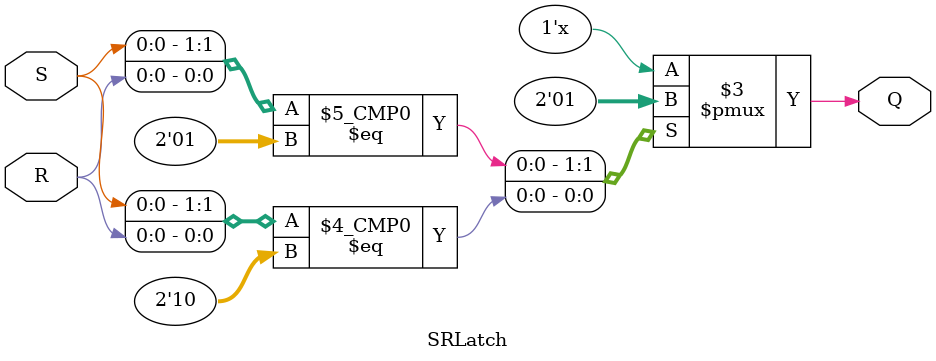
<source format=v>
module SRLatch(
	input wire S,     
	input wire R,     
	output reg Q      
);

	always @(*) begin
		case ({S, R})    
			2'b00: Q = Q;   
			2'b01: Q = 1'b0; 
			2'b10: Q = 1'b1; 
			2'b11: Q = 1'bx; 
			
		endcase
	end
endmodule


</source>
